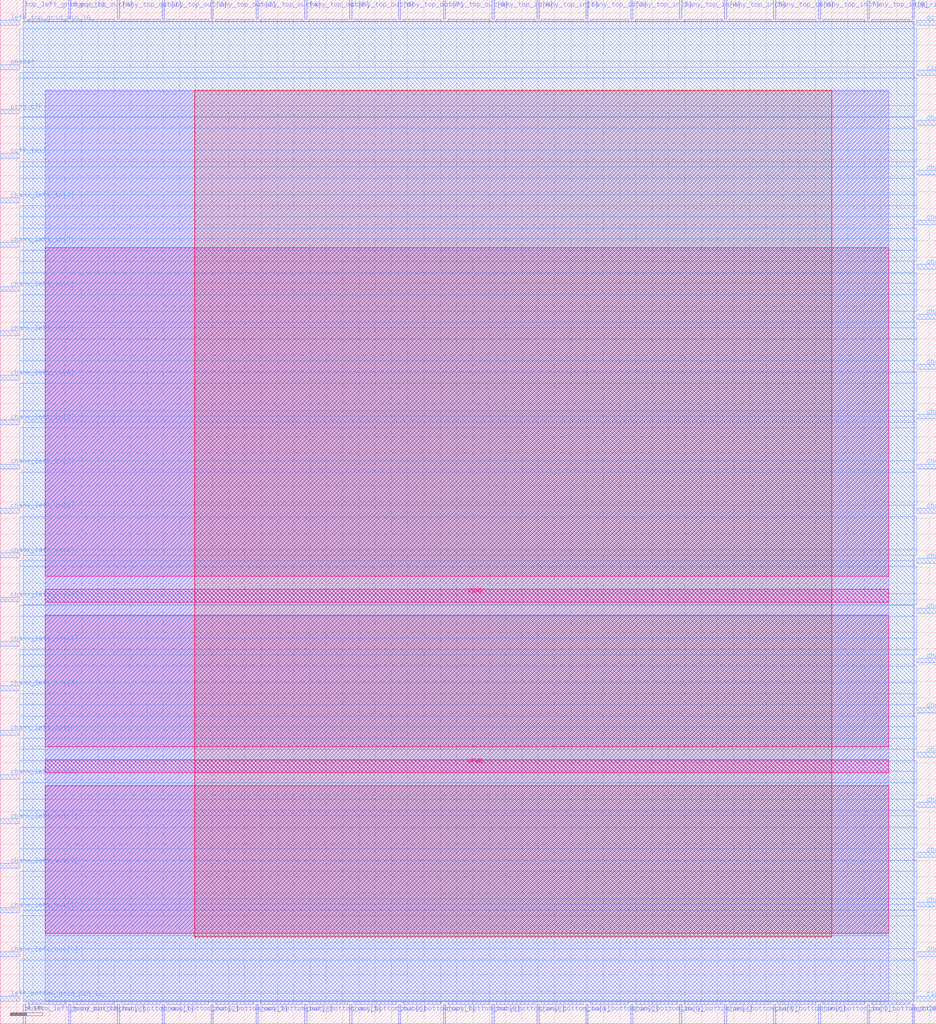
<source format=lef>
VERSION 5.7 ;
  NOWIREEXTENSIONATPIN ON ;
  DIVIDERCHAR "/" ;
  BUSBITCHARS "[]" ;
MACRO sb_1__1_
  CLASS BLOCK ;
  FOREIGN sb_1__1_ ;
  ORIGIN 0.000 0.000 ;
  SIZE 114.840 BY 125.560 ;
  PIN bottom_left_grid_pin_13_
    DIRECTION INPUT ;
    PORT
      LAYER met2 ;
        RECT 2.850 0.000 3.130 2.400 ;
    END
  END bottom_left_grid_pin_13_
  PIN bottom_right_grid_pin_11_
    DIRECTION INPUT ;
    PORT
      LAYER met2 ;
        RECT 111.870 0.000 112.150 2.400 ;
    END
  END bottom_right_grid_pin_11_
  PIN ccff_head
    DIRECTION INPUT ;
    PORT
      LAYER met3 ;
        RECT 112.440 122.440 114.840 123.040 ;
    END
  END ccff_head
  PIN ccff_tail
    DIRECTION OUTPUT TRISTATE ;
    PORT
      LAYER met3 ;
        RECT 0.000 106.120 2.400 106.720 ;
    END
  END ccff_tail
  PIN chanx_left_in[0]
    DIRECTION INPUT ;
    PORT
      LAYER met3 ;
        RECT 0.000 57.160 2.400 57.760 ;
    END
  END chanx_left_in[0]
  PIN chanx_left_in[1]
    DIRECTION INPUT ;
    PORT
      LAYER met3 ;
        RECT 0.000 62.600 2.400 63.200 ;
    END
  END chanx_left_in[1]
  PIN chanx_left_in[2]
    DIRECTION INPUT ;
    PORT
      LAYER met3 ;
        RECT 0.000 68.040 2.400 68.640 ;
    END
  END chanx_left_in[2]
  PIN chanx_left_in[3]
    DIRECTION INPUT ;
    PORT
      LAYER met3 ;
        RECT 0.000 73.480 2.400 74.080 ;
    END
  END chanx_left_in[3]
  PIN chanx_left_in[4]
    DIRECTION INPUT ;
    PORT
      LAYER met3 ;
        RECT 0.000 78.920 2.400 79.520 ;
    END
  END chanx_left_in[4]
  PIN chanx_left_in[5]
    DIRECTION INPUT ;
    PORT
      LAYER met3 ;
        RECT 0.000 84.360 2.400 84.960 ;
    END
  END chanx_left_in[5]
  PIN chanx_left_in[6]
    DIRECTION INPUT ;
    PORT
      LAYER met3 ;
        RECT 0.000 89.800 2.400 90.400 ;
    END
  END chanx_left_in[6]
  PIN chanx_left_in[7]
    DIRECTION INPUT ;
    PORT
      LAYER met3 ;
        RECT 0.000 95.240 2.400 95.840 ;
    END
  END chanx_left_in[7]
  PIN chanx_left_in[8]
    DIRECTION INPUT ;
    PORT
      LAYER met3 ;
        RECT 0.000 100.680 2.400 101.280 ;
    END
  END chanx_left_in[8]
  PIN chanx_left_out[0]
    DIRECTION OUTPUT TRISTATE ;
    PORT
      LAYER met3 ;
        RECT 0.000 8.200 2.400 8.800 ;
    END
  END chanx_left_out[0]
  PIN chanx_left_out[1]
    DIRECTION OUTPUT TRISTATE ;
    PORT
      LAYER met3 ;
        RECT 0.000 13.640 2.400 14.240 ;
    END
  END chanx_left_out[1]
  PIN chanx_left_out[2]
    DIRECTION OUTPUT TRISTATE ;
    PORT
      LAYER met3 ;
        RECT 0.000 19.080 2.400 19.680 ;
    END
  END chanx_left_out[2]
  PIN chanx_left_out[3]
    DIRECTION OUTPUT TRISTATE ;
    PORT
      LAYER met3 ;
        RECT 0.000 24.520 2.400 25.120 ;
    END
  END chanx_left_out[3]
  PIN chanx_left_out[4]
    DIRECTION OUTPUT TRISTATE ;
    PORT
      LAYER met3 ;
        RECT 0.000 29.960 2.400 30.560 ;
    END
  END chanx_left_out[4]
  PIN chanx_left_out[5]
    DIRECTION OUTPUT TRISTATE ;
    PORT
      LAYER met3 ;
        RECT 0.000 35.400 2.400 36.000 ;
    END
  END chanx_left_out[5]
  PIN chanx_left_out[6]
    DIRECTION OUTPUT TRISTATE ;
    PORT
      LAYER met3 ;
        RECT 0.000 40.840 2.400 41.440 ;
    END
  END chanx_left_out[6]
  PIN chanx_left_out[7]
    DIRECTION OUTPUT TRISTATE ;
    PORT
      LAYER met3 ;
        RECT 0.000 46.280 2.400 46.880 ;
    END
  END chanx_left_out[7]
  PIN chanx_left_out[8]
    DIRECTION OUTPUT TRISTATE ;
    PORT
      LAYER met3 ;
        RECT 0.000 51.720 2.400 52.320 ;
    END
  END chanx_left_out[8]
  PIN chanx_right_in[0]
    DIRECTION INPUT ;
    PORT
      LAYER met3 ;
        RECT 112.440 62.600 114.840 63.200 ;
    END
  END chanx_right_in[0]
  PIN chanx_right_in[1]
    DIRECTION INPUT ;
    PORT
      LAYER met3 ;
        RECT 112.440 68.040 114.840 68.640 ;
    END
  END chanx_right_in[1]
  PIN chanx_right_in[2]
    DIRECTION INPUT ;
    PORT
      LAYER met3 ;
        RECT 112.440 74.160 114.840 74.760 ;
    END
  END chanx_right_in[2]
  PIN chanx_right_in[3]
    DIRECTION INPUT ;
    PORT
      LAYER met3 ;
        RECT 112.440 80.280 114.840 80.880 ;
    END
  END chanx_right_in[3]
  PIN chanx_right_in[4]
    DIRECTION INPUT ;
    PORT
      LAYER met3 ;
        RECT 112.440 86.400 114.840 87.000 ;
    END
  END chanx_right_in[4]
  PIN chanx_right_in[5]
    DIRECTION INPUT ;
    PORT
      LAYER met3 ;
        RECT 112.440 92.520 114.840 93.120 ;
    END
  END chanx_right_in[5]
  PIN chanx_right_in[6]
    DIRECTION INPUT ;
    PORT
      LAYER met3 ;
        RECT 112.440 97.960 114.840 98.560 ;
    END
  END chanx_right_in[6]
  PIN chanx_right_in[7]
    DIRECTION INPUT ;
    PORT
      LAYER met3 ;
        RECT 112.440 104.080 114.840 104.680 ;
    END
  END chanx_right_in[7]
  PIN chanx_right_in[8]
    DIRECTION INPUT ;
    PORT
      LAYER met3 ;
        RECT 112.440 110.200 114.840 110.800 ;
    END
  END chanx_right_in[8]
  PIN chanx_right_out[0]
    DIRECTION OUTPUT TRISTATE ;
    PORT
      LAYER met3 ;
        RECT 112.440 8.200 114.840 8.800 ;
    END
  END chanx_right_out[0]
  PIN chanx_right_out[1]
    DIRECTION OUTPUT TRISTATE ;
    PORT
      LAYER met3 ;
        RECT 112.440 14.320 114.840 14.920 ;
    END
  END chanx_right_out[1]
  PIN chanx_right_out[2]
    DIRECTION OUTPUT TRISTATE ;
    PORT
      LAYER met3 ;
        RECT 112.440 20.440 114.840 21.040 ;
    END
  END chanx_right_out[2]
  PIN chanx_right_out[3]
    DIRECTION OUTPUT TRISTATE ;
    PORT
      LAYER met3 ;
        RECT 112.440 26.560 114.840 27.160 ;
    END
  END chanx_right_out[3]
  PIN chanx_right_out[4]
    DIRECTION OUTPUT TRISTATE ;
    PORT
      LAYER met3 ;
        RECT 112.440 32.680 114.840 33.280 ;
    END
  END chanx_right_out[4]
  PIN chanx_right_out[5]
    DIRECTION OUTPUT TRISTATE ;
    PORT
      LAYER met3 ;
        RECT 112.440 38.120 114.840 38.720 ;
    END
  END chanx_right_out[5]
  PIN chanx_right_out[6]
    DIRECTION OUTPUT TRISTATE ;
    PORT
      LAYER met3 ;
        RECT 112.440 44.240 114.840 44.840 ;
    END
  END chanx_right_out[6]
  PIN chanx_right_out[7]
    DIRECTION OUTPUT TRISTATE ;
    PORT
      LAYER met3 ;
        RECT 112.440 50.360 114.840 50.960 ;
    END
  END chanx_right_out[7]
  PIN chanx_right_out[8]
    DIRECTION OUTPUT TRISTATE ;
    PORT
      LAYER met3 ;
        RECT 112.440 56.480 114.840 57.080 ;
    END
  END chanx_right_out[8]
  PIN chany_bottom_in[0]
    DIRECTION INPUT ;
    PORT
      LAYER met2 ;
        RECT 60.350 0.000 60.630 2.400 ;
    END
  END chany_bottom_in[0]
  PIN chany_bottom_in[1]
    DIRECTION INPUT ;
    PORT
      LAYER met2 ;
        RECT 65.870 0.000 66.150 2.400 ;
    END
  END chany_bottom_in[1]
  PIN chany_bottom_in[2]
    DIRECTION INPUT ;
    PORT
      LAYER met2 ;
        RECT 71.850 0.000 72.130 2.400 ;
    END
  END chany_bottom_in[2]
  PIN chany_bottom_in[3]
    DIRECTION INPUT ;
    PORT
      LAYER met2 ;
        RECT 77.370 0.000 77.650 2.400 ;
    END
  END chany_bottom_in[3]
  PIN chany_bottom_in[4]
    DIRECTION INPUT ;
    PORT
      LAYER met2 ;
        RECT 83.350 0.000 83.630 2.400 ;
    END
  END chany_bottom_in[4]
  PIN chany_bottom_in[5]
    DIRECTION INPUT ;
    PORT
      LAYER met2 ;
        RECT 88.870 0.000 89.150 2.400 ;
    END
  END chany_bottom_in[5]
  PIN chany_bottom_in[6]
    DIRECTION INPUT ;
    PORT
      LAYER met2 ;
        RECT 94.850 0.000 95.130 2.400 ;
    END
  END chany_bottom_in[6]
  PIN chany_bottom_in[7]
    DIRECTION INPUT ;
    PORT
      LAYER met2 ;
        RECT 100.370 0.000 100.650 2.400 ;
    END
  END chany_bottom_in[7]
  PIN chany_bottom_in[8]
    DIRECTION INPUT ;
    PORT
      LAYER met2 ;
        RECT 106.350 0.000 106.630 2.400 ;
    END
  END chany_bottom_in[8]
  PIN chany_bottom_out[0]
    DIRECTION OUTPUT TRISTATE ;
    PORT
      LAYER met2 ;
        RECT 8.370 0.000 8.650 2.400 ;
    END
  END chany_bottom_out[0]
  PIN chany_bottom_out[1]
    DIRECTION OUTPUT TRISTATE ;
    PORT
      LAYER met2 ;
        RECT 14.350 0.000 14.630 2.400 ;
    END
  END chany_bottom_out[1]
  PIN chany_bottom_out[2]
    DIRECTION OUTPUT TRISTATE ;
    PORT
      LAYER met2 ;
        RECT 19.870 0.000 20.150 2.400 ;
    END
  END chany_bottom_out[2]
  PIN chany_bottom_out[3]
    DIRECTION OUTPUT TRISTATE ;
    PORT
      LAYER met2 ;
        RECT 25.850 0.000 26.130 2.400 ;
    END
  END chany_bottom_out[3]
  PIN chany_bottom_out[4]
    DIRECTION OUTPUT TRISTATE ;
    PORT
      LAYER met2 ;
        RECT 31.370 0.000 31.650 2.400 ;
    END
  END chany_bottom_out[4]
  PIN chany_bottom_out[5]
    DIRECTION OUTPUT TRISTATE ;
    PORT
      LAYER met2 ;
        RECT 37.350 0.000 37.630 2.400 ;
    END
  END chany_bottom_out[5]
  PIN chany_bottom_out[6]
    DIRECTION OUTPUT TRISTATE ;
    PORT
      LAYER met2 ;
        RECT 42.870 0.000 43.150 2.400 ;
    END
  END chany_bottom_out[6]
  PIN chany_bottom_out[7]
    DIRECTION OUTPUT TRISTATE ;
    PORT
      LAYER met2 ;
        RECT 48.850 0.000 49.130 2.400 ;
    END
  END chany_bottom_out[7]
  PIN chany_bottom_out[8]
    DIRECTION OUTPUT TRISTATE ;
    PORT
      LAYER met2 ;
        RECT 54.370 0.000 54.650 2.400 ;
    END
  END chany_bottom_out[8]
  PIN chany_top_in[0]
    DIRECTION INPUT ;
    PORT
      LAYER met2 ;
        RECT 60.350 123.160 60.630 125.560 ;
    END
  END chany_top_in[0]
  PIN chany_top_in[1]
    DIRECTION INPUT ;
    PORT
      LAYER met2 ;
        RECT 65.870 123.160 66.150 125.560 ;
    END
  END chany_top_in[1]
  PIN chany_top_in[2]
    DIRECTION INPUT ;
    PORT
      LAYER met2 ;
        RECT 71.850 123.160 72.130 125.560 ;
    END
  END chany_top_in[2]
  PIN chany_top_in[3]
    DIRECTION INPUT ;
    PORT
      LAYER met2 ;
        RECT 77.370 123.160 77.650 125.560 ;
    END
  END chany_top_in[3]
  PIN chany_top_in[4]
    DIRECTION INPUT ;
    PORT
      LAYER met2 ;
        RECT 83.350 123.160 83.630 125.560 ;
    END
  END chany_top_in[4]
  PIN chany_top_in[5]
    DIRECTION INPUT ;
    PORT
      LAYER met2 ;
        RECT 88.870 123.160 89.150 125.560 ;
    END
  END chany_top_in[5]
  PIN chany_top_in[6]
    DIRECTION INPUT ;
    PORT
      LAYER met2 ;
        RECT 94.850 123.160 95.130 125.560 ;
    END
  END chany_top_in[6]
  PIN chany_top_in[7]
    DIRECTION INPUT ;
    PORT
      LAYER met2 ;
        RECT 100.370 123.160 100.650 125.560 ;
    END
  END chany_top_in[7]
  PIN chany_top_in[8]
    DIRECTION INPUT ;
    PORT
      LAYER met2 ;
        RECT 106.350 123.160 106.630 125.560 ;
    END
  END chany_top_in[8]
  PIN chany_top_out[0]
    DIRECTION OUTPUT TRISTATE ;
    PORT
      LAYER met2 ;
        RECT 8.370 123.160 8.650 125.560 ;
    END
  END chany_top_out[0]
  PIN chany_top_out[1]
    DIRECTION OUTPUT TRISTATE ;
    PORT
      LAYER met2 ;
        RECT 14.350 123.160 14.630 125.560 ;
    END
  END chany_top_out[1]
  PIN chany_top_out[2]
    DIRECTION OUTPUT TRISTATE ;
    PORT
      LAYER met2 ;
        RECT 19.870 123.160 20.150 125.560 ;
    END
  END chany_top_out[2]
  PIN chany_top_out[3]
    DIRECTION OUTPUT TRISTATE ;
    PORT
      LAYER met2 ;
        RECT 25.850 123.160 26.130 125.560 ;
    END
  END chany_top_out[3]
  PIN chany_top_out[4]
    DIRECTION OUTPUT TRISTATE ;
    PORT
      LAYER met2 ;
        RECT 31.370 123.160 31.650 125.560 ;
    END
  END chany_top_out[4]
  PIN chany_top_out[5]
    DIRECTION OUTPUT TRISTATE ;
    PORT
      LAYER met2 ;
        RECT 37.350 123.160 37.630 125.560 ;
    END
  END chany_top_out[5]
  PIN chany_top_out[6]
    DIRECTION OUTPUT TRISTATE ;
    PORT
      LAYER met2 ;
        RECT 42.870 123.160 43.150 125.560 ;
    END
  END chany_top_out[6]
  PIN chany_top_out[7]
    DIRECTION OUTPUT TRISTATE ;
    PORT
      LAYER met2 ;
        RECT 48.850 123.160 49.130 125.560 ;
    END
  END chany_top_out[7]
  PIN chany_top_out[8]
    DIRECTION OUTPUT TRISTATE ;
    PORT
      LAYER met2 ;
        RECT 54.370 123.160 54.650 125.560 ;
    END
  END chany_top_out[8]
  PIN left_bottom_grid_pin_12_
    DIRECTION INPUT ;
    PORT
      LAYER met3 ;
        RECT 0.000 2.760 2.400 3.360 ;
    END
  END left_bottom_grid_pin_12_
  PIN left_top_grid_pin_10_
    DIRECTION INPUT ;
    PORT
      LAYER met3 ;
        RECT 0.000 122.440 2.400 123.040 ;
    END
  END left_top_grid_pin_10_
  PIN pReset
    DIRECTION INPUT ;
    PORT
      LAYER met3 ;
        RECT 0.000 117.000 2.400 117.600 ;
    END
  END pReset
  PIN prog_clk
    DIRECTION INPUT ;
    PORT
      LAYER met3 ;
        RECT 0.000 111.560 2.400 112.160 ;
    END
  END prog_clk
  PIN right_bottom_grid_pin_12_
    DIRECTION INPUT ;
    PORT
      LAYER met3 ;
        RECT 112.440 2.760 114.840 3.360 ;
    END
  END right_bottom_grid_pin_12_
  PIN right_top_grid_pin_10_
    DIRECTION INPUT ;
    PORT
      LAYER met3 ;
        RECT 112.440 116.320 114.840 116.920 ;
    END
  END right_top_grid_pin_10_
  PIN top_left_grid_pin_13_
    DIRECTION INPUT ;
    PORT
      LAYER met2 ;
        RECT 2.850 123.160 3.130 125.560 ;
    END
  END top_left_grid_pin_13_
  PIN top_right_grid_pin_11_
    DIRECTION INPUT ;
    PORT
      LAYER met2 ;
        RECT 111.870 123.160 112.150 125.560 ;
    END
  END top_right_grid_pin_11_
  PIN VPWR
    DIRECTION INPUT ;
    USE POWER ;
    PORT
      LAYER met5 ;
        RECT 5.520 30.765 109.020 32.365 ;
    END
  END VPWR
  PIN VGND
    DIRECTION INPUT ;
    USE GROUND ;
    PORT
      LAYER met5 ;
        RECT 5.520 51.695 109.020 53.295 ;
    END
  END VGND
  OBS
      LAYER li1 ;
        RECT 5.520 10.795 109.020 114.325 ;
      LAYER met1 ;
        RECT 5.520 2.760 109.020 114.480 ;
      LAYER met2 ;
        RECT 3.410 122.880 8.090 123.160 ;
        RECT 8.930 122.880 14.070 123.160 ;
        RECT 14.910 122.880 19.590 123.160 ;
        RECT 20.430 122.880 25.570 123.160 ;
        RECT 26.410 122.880 31.090 123.160 ;
        RECT 31.930 122.880 37.070 123.160 ;
        RECT 37.910 122.880 42.590 123.160 ;
        RECT 43.430 122.880 48.570 123.160 ;
        RECT 49.410 122.880 54.090 123.160 ;
        RECT 54.930 122.880 60.070 123.160 ;
        RECT 60.910 122.880 65.590 123.160 ;
        RECT 66.430 122.880 71.570 123.160 ;
        RECT 72.410 122.880 77.090 123.160 ;
        RECT 77.930 122.880 83.070 123.160 ;
        RECT 83.910 122.880 88.590 123.160 ;
        RECT 89.430 122.880 94.570 123.160 ;
        RECT 95.410 122.880 100.090 123.160 ;
        RECT 100.930 122.880 106.070 123.160 ;
        RECT 106.910 122.880 111.590 123.160 ;
        RECT 2.850 2.680 112.150 122.880 ;
        RECT 3.410 2.400 8.090 2.680 ;
        RECT 8.930 2.400 14.070 2.680 ;
        RECT 14.910 2.400 19.590 2.680 ;
        RECT 20.430 2.400 25.570 2.680 ;
        RECT 26.410 2.400 31.090 2.680 ;
        RECT 31.930 2.400 37.070 2.680 ;
        RECT 37.910 2.400 42.590 2.680 ;
        RECT 43.430 2.400 48.570 2.680 ;
        RECT 49.410 2.400 54.090 2.680 ;
        RECT 54.930 2.400 60.070 2.680 ;
        RECT 60.910 2.400 65.590 2.680 ;
        RECT 66.430 2.400 71.570 2.680 ;
        RECT 72.410 2.400 77.090 2.680 ;
        RECT 77.930 2.400 83.070 2.680 ;
        RECT 83.910 2.400 88.590 2.680 ;
        RECT 89.430 2.400 94.570 2.680 ;
        RECT 95.410 2.400 100.090 2.680 ;
        RECT 100.930 2.400 106.070 2.680 ;
        RECT 106.910 2.400 111.590 2.680 ;
      LAYER met3 ;
        RECT 2.800 122.040 112.040 122.905 ;
        RECT 2.400 118.000 112.440 122.040 ;
        RECT 2.800 117.320 112.440 118.000 ;
        RECT 2.800 116.600 112.040 117.320 ;
        RECT 2.400 115.920 112.040 116.600 ;
        RECT 2.400 112.560 112.440 115.920 ;
        RECT 2.800 111.200 112.440 112.560 ;
        RECT 2.800 111.160 112.040 111.200 ;
        RECT 2.400 109.800 112.040 111.160 ;
        RECT 2.400 107.120 112.440 109.800 ;
        RECT 2.800 105.720 112.440 107.120 ;
        RECT 2.400 105.080 112.440 105.720 ;
        RECT 2.400 103.680 112.040 105.080 ;
        RECT 2.400 101.680 112.440 103.680 ;
        RECT 2.800 100.280 112.440 101.680 ;
        RECT 2.400 98.960 112.440 100.280 ;
        RECT 2.400 97.560 112.040 98.960 ;
        RECT 2.400 96.240 112.440 97.560 ;
        RECT 2.800 94.840 112.440 96.240 ;
        RECT 2.400 93.520 112.440 94.840 ;
        RECT 2.400 92.120 112.040 93.520 ;
        RECT 2.400 90.800 112.440 92.120 ;
        RECT 2.800 89.400 112.440 90.800 ;
        RECT 2.400 87.400 112.440 89.400 ;
        RECT 2.400 86.000 112.040 87.400 ;
        RECT 2.400 85.360 112.440 86.000 ;
        RECT 2.800 83.960 112.440 85.360 ;
        RECT 2.400 81.280 112.440 83.960 ;
        RECT 2.400 79.920 112.040 81.280 ;
        RECT 2.800 79.880 112.040 79.920 ;
        RECT 2.800 78.520 112.440 79.880 ;
        RECT 2.400 75.160 112.440 78.520 ;
        RECT 2.400 74.480 112.040 75.160 ;
        RECT 2.800 73.760 112.040 74.480 ;
        RECT 2.800 73.080 112.440 73.760 ;
        RECT 2.400 69.040 112.440 73.080 ;
        RECT 2.800 67.640 112.040 69.040 ;
        RECT 2.400 63.600 112.440 67.640 ;
        RECT 2.800 62.200 112.040 63.600 ;
        RECT 2.400 58.160 112.440 62.200 ;
        RECT 2.800 57.480 112.440 58.160 ;
        RECT 2.800 56.760 112.040 57.480 ;
        RECT 2.400 56.080 112.040 56.760 ;
        RECT 2.400 52.720 112.440 56.080 ;
        RECT 2.800 51.360 112.440 52.720 ;
        RECT 2.800 51.320 112.040 51.360 ;
        RECT 2.400 49.960 112.040 51.320 ;
        RECT 2.400 47.280 112.440 49.960 ;
        RECT 2.800 45.880 112.440 47.280 ;
        RECT 2.400 45.240 112.440 45.880 ;
        RECT 2.400 43.840 112.040 45.240 ;
        RECT 2.400 41.840 112.440 43.840 ;
        RECT 2.800 40.440 112.440 41.840 ;
        RECT 2.400 39.120 112.440 40.440 ;
        RECT 2.400 37.720 112.040 39.120 ;
        RECT 2.400 36.400 112.440 37.720 ;
        RECT 2.800 35.000 112.440 36.400 ;
        RECT 2.400 33.680 112.440 35.000 ;
        RECT 2.400 32.280 112.040 33.680 ;
        RECT 2.400 30.960 112.440 32.280 ;
        RECT 2.800 29.560 112.440 30.960 ;
        RECT 2.400 27.560 112.440 29.560 ;
        RECT 2.400 26.160 112.040 27.560 ;
        RECT 2.400 25.520 112.440 26.160 ;
        RECT 2.800 24.120 112.440 25.520 ;
        RECT 2.400 21.440 112.440 24.120 ;
        RECT 2.400 20.080 112.040 21.440 ;
        RECT 2.800 20.040 112.040 20.080 ;
        RECT 2.800 18.680 112.440 20.040 ;
        RECT 2.400 15.320 112.440 18.680 ;
        RECT 2.400 14.640 112.040 15.320 ;
        RECT 2.800 13.920 112.040 14.640 ;
        RECT 2.800 13.240 112.440 13.920 ;
        RECT 2.400 9.200 112.440 13.240 ;
        RECT 2.800 7.800 112.040 9.200 ;
        RECT 2.400 3.760 112.440 7.800 ;
        RECT 2.800 2.895 112.040 3.760 ;
      LAYER met4 ;
        RECT 23.860 10.640 102.020 114.480 ;
      LAYER met5 ;
        RECT 5.520 54.895 109.020 95.145 ;
        RECT 5.520 33.965 109.020 50.095 ;
        RECT 5.520 11.100 109.020 29.165 ;
  END
END sb_1__1_
END LIBRARY


</source>
